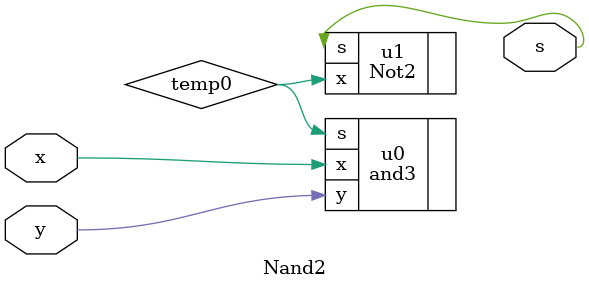
<source format=v>
module Nand2(x, y, s);
input x, y;
output s;
wire temp0;
and3 u0(.x(x), .y(y), .s(temp0));
Not2 u1(.x(temp0), .s(s));
endmodule

</source>
